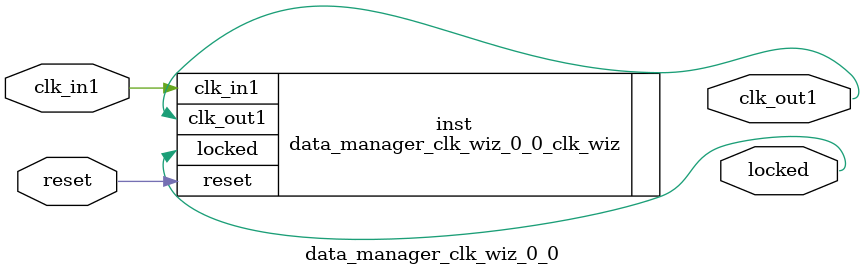
<source format=v>


`timescale 1ps/1ps

(* CORE_GENERATION_INFO = "data_manager_clk_wiz_0_0,clk_wiz_v6_0_11_0_0,{component_name=data_manager_clk_wiz_0_0,use_phase_alignment=true,use_min_o_jitter=false,use_max_i_jitter=false,use_dyn_phase_shift=false,use_inclk_switchover=false,use_dyn_reconfig=false,enable_axi=0,feedback_source=FDBK_AUTO,PRIMITIVE=MMCM,num_out_clk=1,clkin1_period=10.000,clkin2_period=10.000,use_power_down=false,use_reset=true,use_locked=true,use_inclk_stopped=false,feedback_type=SINGLE,CLOCK_MGR_TYPE=NA,manual_override=false}" *)

module data_manager_clk_wiz_0_0 
 (
  // Clock out ports
  output        clk_out1,
  // Status and control signals
  input         reset,
  output        locked,
 // Clock in ports
  input         clk_in1
 );

  data_manager_clk_wiz_0_0_clk_wiz inst
  (
  // Clock out ports  
  .clk_out1(clk_out1),
  // Status and control signals               
  .reset(reset), 
  .locked(locked),
 // Clock in ports
  .clk_in1(clk_in1)
  );

endmodule

</source>
